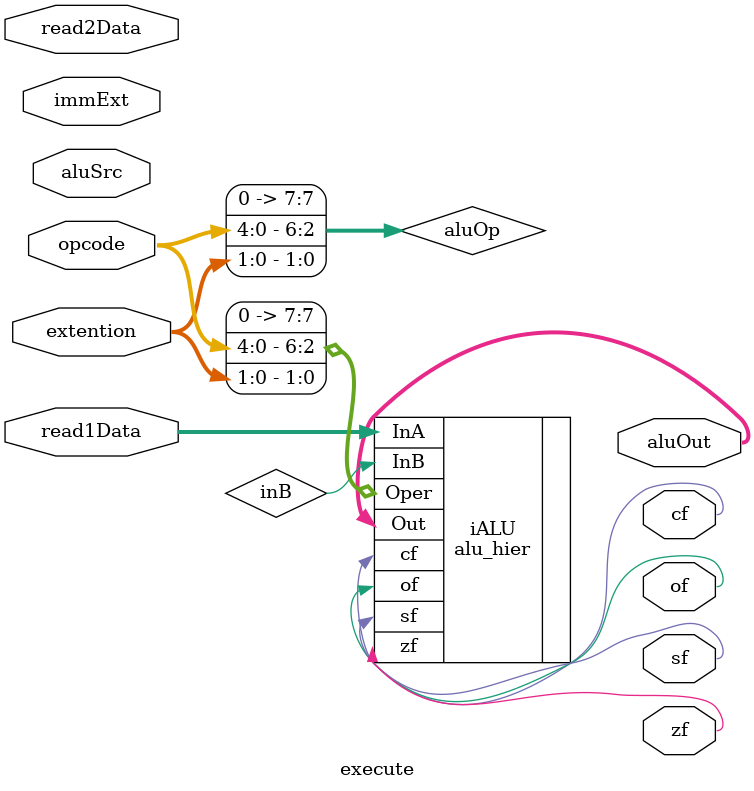
<source format=v>
/*
   CS/ECE 552 Spring '22
  
   Filename        : execute.v
   Description     : This is the overall module for the execute stage of the processor.
*/
`default_nettype none
module execute (read1Data, read2Data, opcode, extention, aluSrc, immExt, aluOut, zf, sf, of, cf);

   input [15:0]   read1Data ;    // Input operand A
   input [15:0]   read2Data ;    // Output of the 2nd read of the register file
   input [4:0]    opcode;        // Top 5 bits of instruction
   input [1:0]    extention;     // Bottom 2 bits for R-format instructions
   input          aluSrc;        // Indicates if inB to ALU should be the output of the register file
                                 // or the output of the extention module
   input [15:0]   immExt ;       // Output of the immediate extention module

   
   output   [15:0]   aluOut;  // ALU output value
   output   sf; // Signal if Out is negative or positive
   output   zf; // Signal if Out is 0
   output   of; // Signal if overflow occured
   output   cf; // Signal if carry out is 1

   // Combination of opcode and the the opcode extention
   // to for the opcode fed into the ALU
   wire [7:0] aluOp;
   assign aluOp = {opcode, extention};

   // Assign InB based on aluSrc value
   wire  [15:0] InB;
   assign InB = (aluSrc) ? immExt : read2Data;

   // TODO SLBI unsigned

   // Create the ALU
   alu_hier #(.NUM_OPERATIONS(4)) 
      iALU(// Inputs
         .InA(read1Data), 
         .InB(inB), 
         .Oper(aluOp), 
         // Outputs 
         .Out(aluOut), 
         .zf(zf), 
         .sf(sf),
         .of(of),
         .cf(cf));
   
endmodule
`default_nettype wire

</source>
